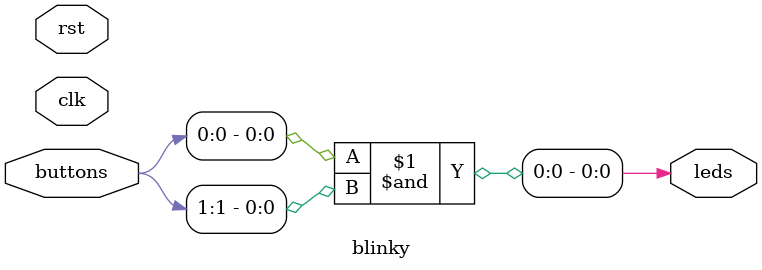
<source format=v>
module blinky (input clk, input rst, output [3:0] leds, input [3:0] buttons);
assign leds[0] = buttons[0] & buttons[1];
endmodule

</source>
